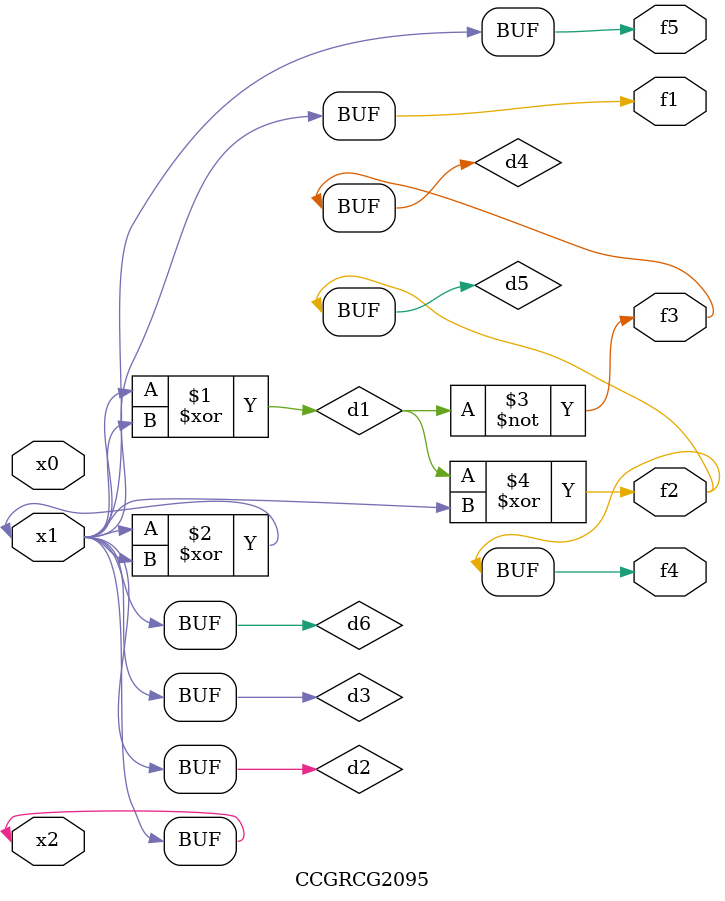
<source format=v>
module CCGRCG2095(
	input x0, x1, x2,
	output f1, f2, f3, f4, f5
);

	wire d1, d2, d3, d4, d5, d6;

	xor (d1, x1, x2);
	buf (d2, x1, x2);
	xor (d3, x1, x2);
	nor (d4, d1);
	xor (d5, d1, d2);
	buf (d6, d2, d3);
	assign f1 = d6;
	assign f2 = d5;
	assign f3 = d4;
	assign f4 = d5;
	assign f5 = d6;
endmodule

</source>
